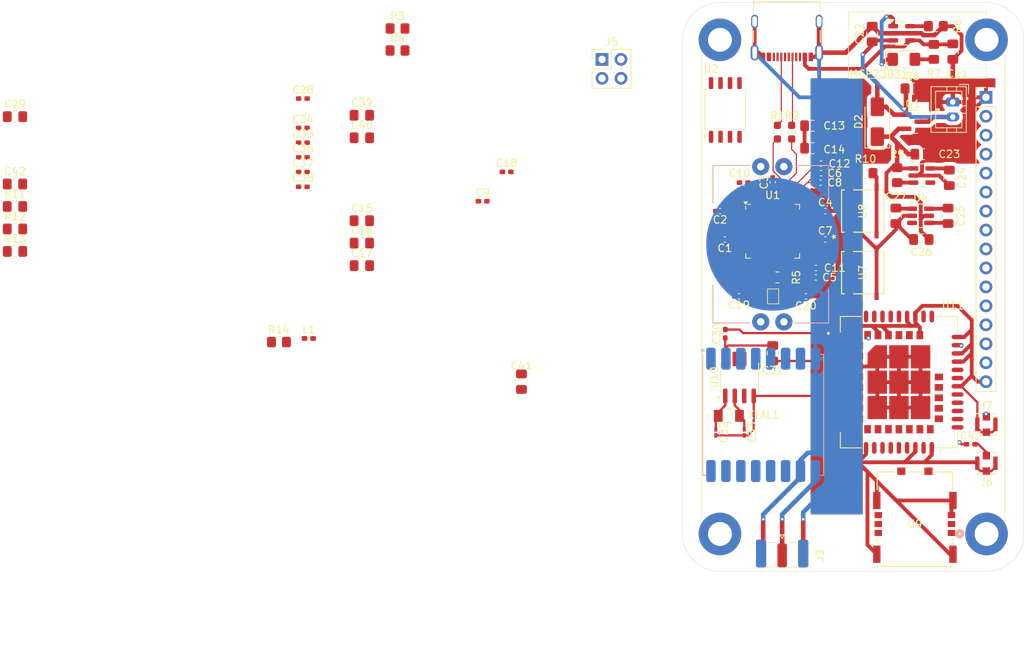
<source format=kicad_pcb>
(kicad_pcb (version 20240108) (generator "pcbnew") (generator_version "8.0")
  (layers (0 "F.Cu" signal) (1 "In1.Cu" signal) (2 "In2.Cu" signal) (31 "B.Cu" signal) (34 "B.Paste" user) (35 "F.Paste" user) (36 "B.SilkS" user "B.Silkscreen") (37 "F.SilkS" user "F.Silkscreen") (38 "B.Mask" user) (39 "F.Mask" user) (44 "Edge.Cuts" user))
  (net 0 "")
  (net 1 "GND")
  (net 2 "+3.3V")
  (net 3 "+1V1")
  (net 4 "Net-(U1-USB_DP)")
  (net 5 "USB+")
  (net 6 "USB-")
  (net 7 "Net-(U1-USB_DM)")
  (net 9 "SDA")
  (net 10 "/MCU/D1")
  (net 13 "/MCU/XTAL+")
  (net 16 "/MCU/D2")
  (net 17 "/MCU/D3")
  (net 22 "/MCU/D0")
  (net 25 "/MCU/CLK")
  (net 26 "RTC_MFP")
  (net 27 "/MCU/CS")
  (net 28 "SCL")
  (net 32 "/MCU/XTAL-")
  (net 33 "Net-(C20-Pad1)")
  (net 35 "Net-(U4-CNEG)")
  (net 36 "Net-(U4-CPOS)")
  (net 37 "+5V")
  (net 38 "VBUS")
  (net 39 "+VSW")
  (net 40 "+BATT")
  (net 41 "Net-(U3-EN)")
  (net 42 "5V_CTRL")
  (net 43 "Net-(U5-PROG)")
  (net 44 "Net-(D1-K)")
  (net 45 "Net-(D1-A)")
  (net 47 "Net-(J2-CC1_A)")
  (net 48 "Net-(J2-CC1_B)")
  (net 50 "RFM_CS")
  (net 51 "SPI_CK")
  (net 52 "RFM_RST")
  (net 53 "Net-(R10-Pad1)")
  (net 54 "/MCU/RESET")
  (net 55 "MOSI")
  (net 60 "MISO")
  (net 63 "/PERIPHERALS/ANT")
  (net 64 "Net-(U10-X1)")
  (net 65 "Net-(U10-X2)")
  (net 66 "TX1")
  (net 67 "SIM_DTR")
  (net 68 "RX1")
  (net 69 "Net-(BT1-+)")
  (net 70 "GP7")
  (net 71 "GP8")
  (net 72 "GP6")
  (net 73 "SPI_CS")
  (net 74 "SWCLK")
  (net 75 "SWD")
  (net 76 "/PERIPHERALS/SIM_RST")
  (net 77 "/PERIPHERALS/SIM_VCC")
  (net 78 "/PERIPHERALS/SIM_CLK")
  (net 79 "/PERIPHERALS/SIM_IO")
  (net 80 "Net-(U9-RST)")
  (net 81 "Net-(U9-CLK)")
  (net 82 "Net-(U9-I{slash}O)")
  (net 117 "Net-(J6-In)")
  (net 118 "GNSS_ANT")
  (net 119 "RF_ANT")
  (net 120 "Net-(L1-Pad1)")
  (net 121 "PWRKEY")
  (footprint "Capacitor_SMD:C_0402_1005Metric_Pad0.74x0.62mm_HandSolder" (layer "F.Cu") (at 103.426 73.49)
    (property "Reference" "C18")
    (property "Value" "0.1u")
  )
  (footprint "Capacitor_SMD:C_0402_1005Metric_Pad0.74x0.62mm_HandSolder" (layer "F.Cu") (at 76.126 75.49)
    (property "Reference" "C38")
    (property "Value" "0.1u")
  )
  (footprint "Capacitor_SMD:C_0402_1005Metric_Pad0.74x0.62mm_HandSolder" (layer "F.Cu") (at 145.4825 74.93)
    (property "Reference" "C8")
    (property "Value" "0.1u" (hide yes))
  )
  (footprint "Capacitor_SMD:C_0805_2012Metric_Pad1.18x1.45mm_HandSolder" (layer "F.Cu") (at 84.026 86.05)
    (property "Reference" "C17")
    (property "Value" "10u")
  )
  (footprint "Capacitor_SMD:C_0402_1005Metric_Pad0.74x0.62mm_HandSolder" (layer "F.Cu") (at 144.8475 87.63)
    (property "Reference" "C5")
    (property "Value" "0.1u" (hide yes))
  )
  (footprint "WiSDOM:PTS526" (layer "F.Cu") (at 151.13 86.995 90)
    (property "Reference" "U7")
    (property "Value" "PTS526 SK15 SMTR2 LFS" (hide yes))
  )
  (footprint "Capacitor_SMD:C_0402_1005Metric_Pad0.74x0.62mm_HandSolder" (layer "F.Cu") (at 76.126 69.58)
    (property "Reference" "C35")
    (property "Value" "0.1u")
  )
  (footprint "Capacitor_SMD:C_0805_2012Metric_Pad1.18x1.45mm_HandSolder" (layer "F.Cu") (at 37.556 75.12)
    (property "Reference" "C42")
    (property "Value" "100u")
  )
  (footprint "Package_TO_SOT_SMD:SOT-23" (layer "F.Cu") (at 157.86 66.77)
    (property "Reference" "Q1")
    (property "Value" "DMG2301L" (hide yes))
  )
  (footprint "LED_SMD:LED_1206_3216Metric_Pad1.42x1.75mm_HandSolder" (layer "F.Cu") (at 156.6275 58.415)
    (property "Reference" "D1" (hide yes))
    (property "Value" "LED" (hide yes))
  )
  (footprint "Inductor_SMD:L_0402_1005Metric_Pad0.77x0.64mm_HandSolder" (layer "F.Cu") (at 76.9225 95.81)
    (property "Reference" "L1")
    (property "Value" "L")
  )
  (footprint "Connector_JST:JST_PH_B2B-PH-K_1x02_P2.00mm_Vertical" (layer "F.Cu") (at 163.195 64.135 -90)
    (property "Reference" "J1" (hide yes))
    (property "Value" "Conn_01x02_Pin" (hide yes))
  )
  (footprint "Resistor_SMD:R_0805_2012Metric_Pad1.20x1.40mm_HandSolder" (layer "F.Cu") (at 157.7975 62.325)
    (property "Reference" "R8")
    (property "Value" "10k" (hide yes))
  )
  (footprint "Diode_SMD:D_SMA" (layer "F.Cu") (at 153.0825 66.77 90)
    (property "Reference" "D2")
    (property "Value" "SS14" (hide yes))
  )
  (footprint "Capacitor_SMD:C_0805_2012Metric_Pad1.18x1.45mm_HandSolder" (layer "F.Cu") (at 37.556 78.13)
    (property "Reference" "R11")
    (property "Value" "22")
  )
  (footprint "Capacitor_SMD:C_0805_2012Metric_Pad1.18x1.45mm_HandSolder" (layer "F.Cu") (at 37.556 84.15)
    (property "Reference" "R13")
    (property "Value" "22")
  )
  (footprint "Capacitor_SMD:C_0805_2012Metric_Pad1.18x1.45mm_HandSolder" (layer "F.Cu") (at 37.556 66.09)
    (property "Reference" "C29")
    (property "Value" "10u")
  )
  (footprint "Capacitor_SMD:C_0805_2012Metric_Pad1.18x1.45mm_HandSolder" (layer "F.Cu") (at 84.026 80.03)
    (property "Reference" "C15")
    (property "Value" "10u")
  )
  (footprint "Resistor_SMD:R_0805_2012Metric_Pad1.20x1.40mm_HandSolder" (layer "F.Cu") (at 160.655 57.415 90)
    (property "Reference" "R7")
    (property "Value" "R" (hide yes))
  )
  (footprint "Capacitor_SMD:C_0805_2012Metric_Pad1.18x1.45mm_HandSolder" (layer "F.Cu") (at 84.026 65.91)
    (property "Reference" "C39")
    (property "Value" "100u")
  )
  (footprint "Capacitor_SMD:C_0402_1005Metric_Pad0.74x0.62mm_HandSolder" (layer "F.Cu") (at 76.126 67.61)
    (property "Reference" "C34")
    (property "Value" "33p")
  )
  (footprint "Capacitor_SMD:C_0402_1005Metric_Pad0.74x0.62mm_HandSolder" (layer "F.Cu") (at 143.51 90.17)
    (property "Reference" "C20")
    (property "Value" "15pF" (hide yes))
  )
  (footprint "Capacitor_SMD:C_0402_1005Metric_Pad0.74x0.62mm_HandSolder" (layer "F.Cu") (at 132.6475 82.55 180)
    (property "Reference" "C1")
    (property "Value" "0.1u" (hide yes))
  )
  (footprint "WiSDOM:XTAL_SC32S-7PF20PPM_EPS" (layer "F.Cu") (at 133.1976 106.175)
    (property "Reference" "XTAL1")
    (property "Value" "SC32S-7PF20PPM" (hide yes))
  )
  (footprint "Connector_PinHeader_2.54mm:PinHeader_1x16_P2.54mm_Vertical" (layer "F.Cu") (at 167.64 63.5)
    (property "Reference" "J4" (hide yes))
    (property "Value" "Conn_01x16_Pin" (hide yes))
  )
  (footprint "Package_TO_SOT_SMD:SOT-23-6" (layer "F.Cu") (at 158.8825 79.375)
    (property "Reference" "U4")
    (property "Value" "CAT3200-5" (hide yes))
  )
  (footprint "WiSDOM:AMPHENOL_12402012E212A" (layer "F.Cu") (at 140.97 53.34 180)
    (property "Reference" "J2" (hide yes))
    (property "Value" "12402012E212A" (hide yes))
  )
  (footprint "Capacitor_SMD:C_0402_1005Metric_Pad0.74x0.62mm_HandSolder" (layer "F.Cu") (at 132.715 95.1825 90)
    (property "Reference" "C30")
    (property "Value" "0.1u" (hide yes))
  )
  (footprint "Capacitor_SMD:C_0402_1005Metric_Pad0.74x0.62mm_HandSolder" (layer "F.Cu") (at 76.126 63.67)
    (property "Reference" "C28")
    (property "Value" "0.1u")
  )
  (footprint "Resistor_SMD:R_0805_2012Metric_Pad1.20x1.40mm_HandSolder" (layer "F.Cu") (at 139.7 87.63)
    (property "Reference" "R5")
    (property "Value" "1k" (hide yes))
  )
  (footprint "MountingHole:MountingHole_3.2mm_M3_ISO7380_Pad_TopBottom" (layer "F.Cu") (at 167.72 122)
    (property "Reference" "H3" (hide yes))
    (property "Value" "MountingHole" (hide yes))
  )
  (footprint "Capacitor_SMD:C_0805_2012Metric_Pad1.18x1.45mm_HandSolder" (layer "F.Cu") (at 162.73 74.295 -90)
    (property "Reference" "C24")
    (property "Value" "10u" (hide yes))
  )
  (footprint "Capacitor_SMD:C_0402_1005Metric_Pad0.74x0.62mm_HandSolder" (layer "F.Cu") (at 100.216 77.43)
    (property "Reference" "C9")
    (property "Value" "0.1u")
  )
  (footprint "Capacitor_SMD:C_0805_2012Metric_Pad1.18x1.45mm_HandSolder" (layer "F.Cu") (at 144.3775 67.31)
    (property "Reference" "C13")
    (property "Value" "10u" (hide yes))
  )
  (footprint "Capacitor_SMD:C_0201_0603Metric_Pad0.64x0.40mm_HandSolder" (layer "F.Cu") (at 135.255 108.3825 -90)
    (property "Reference" "C33")
    (property "Value" "6p")
  )
  (footprint "Capacitor_SMD:C_0402_1005Metric_Pad0.74x0.62mm_HandSolder" (layer "F.Cu") (at 132.0125 78.74 180)
    (property "Reference" "C2")
    (property "Value" "0.1u" (hide yes))
  )
  (footprint "Resistor_SMD:R_0805_2012Metric_Pad1.20x1.40mm_HandSolder" (layer "F.Cu") (at 160.925 53.975)
    (property "Reference" "R6")
    (property "Value" "2k" (hide yes))
  )
  (footprint "sim:1042240820_MOL" (layer "F.Cu") (at 158.115 120.015)
    (property "Reference" "U9")
    (property "Value" "1042240820")
  )
  (footprint "Package_TO_SOT_SMD:SOT-23-5" (layer "F.Cu") (at 159.0525 73.98)
    (property "Reference" "U3" (hide yes))
    (property "Value" "AP2112K-3.3" (hide yes))
  )
  (footprint "Capacitor_SMD:C_0805_2012Metric_Pad1.18x1.45mm_HandSolder" (layer "F.Cu") (at 162.56 79.375 -90)
    (property "Reference" "C25")
    (property "Value" "1u" (hide yes))
  )
  (footprint "Capacitor_SMD:C_0402_1005Metric_Pad0.74x0.62mm_HandSolder" (layer "F.Cu") (at 144.8475 86.36)
    (property "Reference" "C11")
    (property "Value" "0.1u" (hide yes))
  )
  (footprint "Package_SO:SOIC-8_3.9x4.9mm_P1.27mm" (layer "F.Cu") (at 134.62 101.03 90)
    (property "Reference" "U10")
    (property "Value" "MCP7940N-xP" (hide yes))
  )
  (footprint "Resistor_SMD:R_0805_2012Metric_Pad1.20x1.40mm_HandSolder" (layer "F.Cu") (at 88.806 57.23)
    (property "Reference" "R4")
    (property "Value" "5.1k")
  )
  (footprint "Resistor_SMD:R_0805_2012Metric_Pad1.20x1.40mm_HandSolder" (layer "F.Cu") (at 151.495 73.66 180)
    (property "Reference" "R10")
    (property "Value" "R" (hide yes))
  )
  (footprint "Capacitor_SMD:C_0402_1005Metric_Pad0.74x0.62mm_HandSolder" (layer "F.Cu") (at 135.1875 74.93 180)
    (property "Reference" "C10")
    (property "Value" "0.1u" (hide yes))
  )
  (footprint "Capacitor_SMD:C_0805_2012Metric_Pad1.18x1.45mm_HandSolder" (layer "F.Cu") (at 155.575 79.375 -90)
    (property "Reference" "C27")
    (property "Value" "1u" (hide yes))
  )
  (footprint "WiSDOM:CONN_CONMHF1-SMD_LNX" (layer "F.Cu") (at 167.697501 107.315)
    (property "Reference" "J7")
    (property "Value" "RF_ANT" (hide yes))
  )
  (footprint "Capacitor_SMD:C_0805_2012Metric_Pad1.18x1.45mm_HandSolder" (layer "F.Cu") (at 152.4 55.0125 90)
    (property "Reference" "C22")
    (property "Value" "4.7u" (hide yes))
  )
  (footprint "Capacitor_SMD:C_0805_2012Metric_Pad1.18x1.45mm_HandSolder" (layer "F.Cu") (at 139.065 97.79 -90)
    (property "Reference" "C31")
    (property "Value" "10u" (hide yes))
  )
  (footprint "Capacitor_SMD:C_0402_1005Metric_Pad0.74x0.62mm_HandSolder" (layer "F.Cu") (at 139.065 74.8625 90)
    (property "Reference" "C3")
    (property "Value" "0.1u" (hide yes))
  )
  (footprint "Capacitor_SMD:C_0805_2012Metric_Pad1.18x1.45mm_HandSolder" (layer "F.Cu") (at 105.41 101.6 -90)
    (property "Reference" "C41")
    (property "Value" "1u" (hide yes))
  )
  (footprint "Capacitor_SMD:C_0402_1005Metric_Pad0.74x0.62mm_HandSolder" (layer "F.Cu") (at 134.5525 90.17 180)
    (property "Reference" "C19")
    (property "Value" "15pF" (hide yes))
  )
  (footprint "Resistor_SMD:R_0603_1608Metric_Pad0.98x0.95mm_HandSolder" (layer "F.Cu") (at 141.605 68.1675 90)
    (property "Reference" "R2")
    (property "Value" "27.4" (hide yes))
  )
  (footprint "WiSDOM:XTAL-445" (layer "F.Cu") (at 139.12 91.17)
    (property "Reference" "X1" (hide yes))
    (property "Value" "~" (hide yes))
  )
  (footprint "Resistor_SMD:R_0805_2012Metric_Pad1.20x1.40mm_HandSolder" (layer "F.Cu") (at 72.9225 96.29)
    (property "Reference" "R14")
    (property "Value" "22")
  )
  (footprint "MountingHole:MountingHole_3.2mm_M3_ISO7380_Pad_TopBottom" (layer "F.Cu") (at 167.72 55.8)
    (property "Reference" "H2" (hide yes))
    (property "Value" "MountingHole" (hide yes))
  )
  (footprint "Package_SO:SOIC-8_5.23x5.23mm_P1.27mm" (layer "F.Cu") (at 132.715 65.195 90)
    (property "Reference" "U2")
    (property "Value" "W25Q128JVS" (hide yes))
  )
  (footprint "Capacitor_SMD:C_0805_2012Metric_Pad1.18x1.45mm_HandSolder" (layer "F.Cu") (at 84.026 83.04)
    (property "Reference" "C16")
    (property "Value" "1u")
  )
  (footprint "Resistor_SMD:R_0805_2012Metric_Pad1.20x1.40mm_HandSolder" (layer "F.Cu") (at 88.806 54.28)
    (property "Reference" "R3")
    (property "Value" "5.1k")
  )
  (footprint "Capacitor_SMD:C_0402_1005Metric_Pad0.74x0.62mm_HandSolder" (layer "F.Cu") (at 146.1175 82.55)
    (property "Reference" "C7")
    (property "Value" "0.1u" (hide yes))
  )
  (footprint "Resistor_SMD:R_0603_1608Metric_Pad0.98x0.95mm_HandSolder" (layer "F.Cu") (at 139.7 68.1675 90)
    (property "Reference" "R1")
    (property "Value" "27.4" (hide yes))
  )
  (footprint "Capacitor_SMD:C_0402_1005Metric_Pad0.74x0.62mm_HandSolder" (layer "F.Cu") (at 146.1175 78.74)
    (property "Reference" "C4")
    (property "Value" "0.1u" (hide yes))
  )
  (footprint "Capacitor_SMD:C_0805_2012Metric_Pad1.18x1.45mm_HandSolder" (layer "F.Cu") (at 144.3775 70.32)
    (property "Reference" "C14")
    (property "Value" "1u" (hide yes))
  )
  (footprint "Package_DFN_QFN:QFN-56-1EP_7x7mm_P0.4mm_EP3.2x3.2mm" (layer "F.Cu") (at 139.065 81.445)
    (property "Reference" "U1")
    (property "Value" "RP2040" (hide yes))
  )
  (footprint "Capacitor_SMD:C_0402_1005Metric_Pad0.74x0.62mm_HandSolder" (layer "F.Cu") (at 165.608 109.982)
    (property "Reference" "C43")
    (property "Value" "33p")
  )
  (footprint "Connector_Coaxial:SMA_Samtec_SMA-J-P-H-ST-EM1_EdgeMount" (layer "F.Cu") (at 140.335 124.8775 -90)
    (property "Reference" "J3")
    (property "Value" "Conn_Coaxial" (hide yes))
  )
  (footprint "WiSDOM:XCVR_SIM7080G" (layer "F.Cu") (at 155.98 101.665)
    (property "Reference" "U11")
    (property "Value" "SIM7080G" (hide yes))
  )
  (footprint "WiSDOM:PTS526" (layer "F.Cu") (at 151.13 78.74 90)
    (property "Reference" "U8")
    (property "Value" "PTS526 SK15 SMTR2 LFS" (hide yes))
  )
  (footprint "Capacitor_SMD:C_0805_2012Metric_Pad1.18x1.45mm_HandSolder" (layer "F.Cu") (at 84.026 68.92)
    (property "Reference" "C40")
    (property "Value" "100u")
  )
  (footprint "MountingHole:MountingHole_3.2mm_M3_ISO7380_Pad_TopBottom" (layer "F.Cu") (at 132 55.8)
    (property "Reference" "H1" (hide yes))
    (property "Value" "MountingHole" (hide yes))
  )
  (footprint "Package_TO_SOT_SMD:SOT-23-5" (layer "F.Cu") (at 156.3425 54.925)
    (property "Reference" "U5" (hide yes))
    (property "Value" "MCP73831-2-OT" (hide yes))
  )
  (footprint "Capacitor_SMD:C_0402_1005Metric_Pad0.74x0.62mm_HandSolder" (layer "F.Cu") (at 76.126 73.52)
    (property "Reference" "C37")
    (property "Value" "33p")
  )
  (footprint "Capacitor_SMD:C_0201_0603Metric_Pad0.64x0.40mm_HandSolder" (layer "F.Cu") (at 131.445 108.3825 -90)
    (property "Reference" "C32")
    (property "Value" "6p")
  )
  (footprint "Connector_PinHeader_2.54mm:PinHeader_2x02_P2.54mm_Vertical" (layer "F.Cu") (at 116.205 58.42)
    (property "Reference" "J5")
    (property "Value" "Conn_02x02_Odd_Even")
  )
  (footprint "Capacitor_SMD:C_0805_2012Metric_Pad1.18x1.45mm_HandSolder" (layer "F.Cu") (at 158.9825 82.55 180)
    (property "Reference" "C26")
    (property "Value" "1u" (hide yes))
  )
  (footprint "Capacitor_SMD:C_0805_2012Metric_Pad1.18x1.45mm_HandSolder" (layer "F.Cu") (at 163.195 57.3825 -90)
    (property "Reference" "C21")
    (property "Value" "4.7u" (hide yes))
  )
  (footprint "MountingHole:MountingHole_3.2mm_M3_ISO7380_Pad_TopBottom" (layer "F.Cu") (at 132 122)
    (property "Reference" "H4" (hide yes))
    (property "Value" "MountingHole" (hide yes))
  )
  (footprint "Capacitor_SMD:C_0805_2012Metric_Pad1.18x1.45mm_HandSolder" (layer "F.Cu") (at 37.556 81.14)
    (property "Reference" "R12")
    (property "Value" "22")
  )
  (footprint "WiSDOM:CONN_CONMHF1-SMD_LNX" (layer "F.Cu") (at 167.697501 112.522)
    (property "Reference" "J6")
    (property "Value" "GNSS_ANT" (hide yes))
  )
  (footprint "Capacitor_SMD:C_0402_1005Metric_Pad0.74x0.62mm_HandSolder" (layer "F.Cu") (at 145.55 73.66)
    (property "Reference" "C6")
    (property "Value" "0.1u" (hide yes))
  )
  (footprint "Resistor_SMD:R_0805_2012Metric_Pad1.20x1.40mm_HandSolder" (layer "F.Cu") (at 155.745 73.93 -90)
    (property "Reference" "R9")
    (property "Value" "R" (hide yes))
  )
  (footprint "Capacitor_SMD:C_0805_2012Metric_Pad1.18x1.45mm_HandSolder" (layer "F.Cu") (at 159.1525 71.12)
    (property "Reference" "C23")
    (property "Value" "10u" (hide yes))
  )
  (footprint "Capacitor_SMD:C_0402_1005Metric_Pad0.74x0.62mm_HandSolder" (layer "F.Cu") (at 145.55 72.39)
    (property "Reference" "C12")
    (property "Value" "0.1u" (hide yes))
  )
  (footprint "Capacitor_SMD:C_0402_1005Metric_Pad0.74x0.62mm_HandSolder" (layer "F.Cu") (at 76.126 71.55)
    (property "Reference" "C36")
    (property "Value" "33p")
  )
  (footprint "bat-hld:BAT_BAT-HLD-001-THM" (layer "B.Cu") (at 139.065 83.185 90)
    (property "Reference" "BT1" (hide yes))
    (property "Value" "Battery_Cell" (hide yes))
  )
  (footprint "RF_Module:HOPERF_RFM9XW_SMD" (layer "B.Cu") (at 137.795 106.045 -90)
    (property "Reference" "U6" (hide yes))
    (property "Value" "RFM69HCW" (hide yes))
  )
  (gr_line (start 167.64 52.07) (end 149.225 52.07) (stroke (width 0.1)) (layer "F.SilkS"))
  (gr_line (start 149.225 60.96) (end 167.005 60.96) (stroke (width 0.1)) (layer "F.SilkS"))
  (gr_line (start 149.225 52.07) (end 149.225 60.96) (stroke (width 0.1)) (layer "F.SilkS"))
  (gr_line (start 170.18 57.785) (end 170.18 120.015) (stroke (width 0.1)) (layer "F.SilkS"))
  (gr_line (start 129.54 120.015) (end 129.54 57.785) (stroke (width 0.1)) (layer "F.SilkS"))
  (gr_line (start 167.005 60.96) (end 167.64 60.96) (stroke (width 0.1)) (layer "F.SilkS"))
  (gr_line (start 167.64 52.705) (end 167.64 52.07) (stroke (width 0.1)) (layer "F.SilkS"))
  (gr_line (start 167.64 60.96) (end 167.64 59.055) (stroke (width 0.1)) (layer "F.SilkS"))
  (gr_line (start 132 50.8) (end 167.72 50.8) (stroke (width 0.05)) (layer "Edge.Cuts"))
  (gr_arc (start 132 127) (mid 128.464466 125.535534) (end 127 122) (stroke (width 0.05)) (layer "Edge.Cuts"))
  (gr_line (start 172.72 55.8) (end 172.72 122) (stroke (width 0.05)) (layer "Edge.Cuts"))
  (gr_arc (start 127 55.8) (mid 128.464466 52.264466) (end 132 50.8) (stroke (width 0.05)) (layer "Edge.Cuts"))
  (gr_line (start 127 122) (end 127 55.8) (stroke (width 0.05)) (layer "Edge.Cuts"))
  (gr_arc (start 172.72 122) (mid 171.255534 125.535534) (end 167.72 127) (stroke (width 0.05)) (layer "Edge.Cuts"))
  (gr_line (start 167.72 127) (end 132 127) (stroke (width 0.05)) (layer "Edge.Cuts"))
  (gr_arc (start 167.72 50.8) (mid 171.255534 52.264466) (end 172.72 55.8) (stroke (width 0.05)) (layer "Edge.Cuts"))
  (gr_text "MCP73831" (at 149.225 60.96 0) (layer "F.SilkS") (effects (font (size 1 1)) (justify left bottom)))
  (segment (start 135.255 108.79) (end 135.685 108.79) (width 0.3048) (layer "F.Cu") (net 1))
  (segment (start 139.065 98.8275) (end 144.5475 98.8275) (width 0.3048) (layer "F.Cu") (net 1))
  (segment (start 164.374 57.241) (end 163.195 58.42) (width 0.508) (layer "F.Cu") (net 1))
  (segment (start 157.915 73.98) (end 158.577499 73.98) (width 0.508) (layer "F.Cu") (net 1))
  (segment (start 158.88 105.065) (end 155.98 105.065) (width 0.508) (layer "F.Cu") (net 1))
  (segment (start 161.3775 73.98) (end 157.915 73.98) (width 0.508) (layer "F.Cu") (net 1))
  (segment (start 154.305 116.205) (end 153.015 114.915) (width 0.508) (layer "F.Cu") (net 1))
  (segment (start 152.4 94.1285) (end 150.0085 94.1285) (width 0.508) (layer "F.Cu") (net 1))
  (segment (start 166.485002 107.315) (end 166.485002 107.811002) (width 0.3048) (layer "F.Cu") (net 1))
  (segment (start 165.735 65.405) (end 167.64 63.5) (width 0.508) (layer "F.Cu") (net 1))
  (segment (start 158.78 95.365) (end 158.78 94.307) (width 0.508) (layer "F.Cu") (net 1))
  (segment (start 152.4 53.975) (end 148.855 57.52) (width 0.6096) (layer "F.Cu") (net 1))
  (segment (start 158.18 92.865) (end 158.18 92.365) (width 0.508) (layer "F.Cu") (net 1))
  (segment (start 149.626 99.069) (end 149.626 95.484) (width 0.508) (layer "F.Cu") (net 1))
  (segment (start 150.63 99.565) (end 151.78 99.565) (width 0.508) (layer "F.Cu") (net 1))
  (segment (start 161.925 71.12) (end 165.735 67.31) (width 0.508) (layer "F.Cu") (net 1))
  (segment (start 157.08 92.865) (end 157.08 93.58) (width 0.508) (layer "F.Cu") (net 1))
  (segment (start 155.6174 117.5174) (end 154.305 116.205) (width 0.508) (layer "F.Cu") (net 1))
  (segment (start 166.912036 113.572036) (end 167.697501 113.572036) (width 0.3048) (layer "F.Cu") (net 1))
  (segment (start 163.83 95.615) (end 164.735 95.615) (width 0.508) (layer "F.Cu") (net 1))
  (segment (start 165.735 97.79) (end 165.735 100.81) (width 0.508) (layer "F.Cu") (net 1))
  (segment (start 144.17 58.09) (end 144.72 58.09) (width 0.508) (layer "F.Cu") (net 1))
  (segment (start 154.58 95.365) (end 154.58 95.0385) (width 0.508) (layer "F.Cu") (net 1))
  (segment (start 155.205 54.925) (end 159.000624 54.925) (width 0.6096) (layer "F.Cu") (net 1))
  (segment (start 131.445 108.79) (end 135.255 108.79) (width 0.3048) (layer "F.Cu") (net 1))
  (segment (start 136.525 107.95) (end 136.525 103.505) (width 0.3048) (layer "F.Cu") (net 1))
  (segment (start 134.62 94.615) (end 135.0924 95.0874) (width 0.3048) (layer "F.Cu") (net 1))
  (segment (start 168.91 113.03) (end 168.91 112.522) (width 0.3048) (layer "F.Cu") (net 1))
  (segment (start 163.215 124.717399) (end 162.817399 124.717399) (width 0.508) (layer "F.Cu") (net 1))
  (segment (start 158.18 92.365) (end 159.105 91.44) (width 0.508) (layer "F.Cu") (net 1))
  (segment (start 137.2 57.52) (end 137.77 58.09) (width 0.508) (layer "F.Cu") (net 1))
  (segment (start 163.195 53.975) (end 164.374 55.154) (width 0.508) (layer "F.Cu") (net 1))
  (segment (start 160.7202 55.1798) (end 161.925 53.975) (width 0.6096) (layer "F.Cu") (net 1))
  (segment (start 136.65 53.34) (end 136.65 57.52) (width 0.508) (layer "F.Cu") (net 1))
  (segment (start 167.697501 113.572036) (end 168.367964 113.572036) (width 0.3048) (layer "F.Cu") (net 1))
  (segment (start 136.65 57.52) (end 137.2 57.52) (width 0.508) (layer "F.Cu") (net 1))
  (segment (start 155.575 80.4125) (end 156.6125 79.375) (width 0.508) (layer "F.Cu") (net 1))
  (segment (start 166.525 101.6) (end 165.735 100.81) (width 0.508) (layer "F.Cu") (net 1))
  (segment (start 165.735 94.615) (end 165.735 96.52) (width 0.508) (layer "F.Cu") (net 1))
  (segment (start 132.715 94.615) (end 134.62 94.615) (width 0.3048) (layer "F.Cu") (net 1))
  (segment (start 164.61 98.915) (end 165.735 97.79) (width 0.508) (layer "F.Cu") (net 1))
  (segment (start 151.58 111.31) (end 150.495 112.395) (width 0.508) (layer "F.Cu") (net 1))
  (segment (start 151.78 99.565) (end 153.08 98.265) (width 0.508) (layer "F.Cu") (net 1))
  (segment (start 150.8125 112.7125) (end 150.495 112.395) (width 0.508) (layer "F.Cu") (net 1))
  (segment (start 151.765 123.467399) (end 151.765 113.665) (width 0.508) (layer "F.Cu") (net 1))
  (segment (start 165.735 96.52) (end 165.735 97.79) (width 0.508) (layer "F.Cu") (net 1))
  (segment (start 144.72 58.09) (end 145.29 57.52) (width 0.508) (layer "F.Cu") (net 1))
  (segment (start 161.925 53.975) (end 163.195 53.975) (width 0.508) (layer "F.Cu") (net 1))
  (segment (start 136.525 103.505) (end 144.78 103.505) (width 0.3048) (layer "F.Cu") (net 1))
  (segment (start 153.015 114.915) (end 150.8125 112.7125) (width 0.508) (layer "F.Cu") (net 1))
  (segment (start 153.18 94.9085) (end 152.4 94.1285) (width 0.508) (layer "F.Cu") (net 1))
  (segment (start 159.385 112.395) (end 166.358002 112.395) (width 0.508) (layer "F.Cu") (net 1))
  (segment (start 154.94 112.395) (end 159.385 112.395) (width 0.508) (layer "F.Cu") (net 1))
  (segment (start 153.35 54.925) (end 152.4 53.975) (width 0.6096) (layer "F.Cu") (net 1))
  (segment (start 155.98 101.665) (end 155.98 105.065) (width 0.508) (layer "F.Cu") (net 1))
  (segment (start 152.9842 83.81365) (end 155.575 81.22285) (width 0.508) (layer "F.Cu") (net 1))
  (segment (start 163.195 64.135) (end 163.195 58.42) (width 0.6096) (layer "F.Cu") (net 1))
  (segment (start 163.83 97.815) (end 164.44 97.815) (width 0.508) (layer "F.Cu") (net 1))
  (segment (start 165.735 93.345) (end 165.735 94.615) (width 0.508) (layer "F.Cu") (net 1))
  (segment (start 167.039036 108.365036) (end 167.697501 108.365036) (width 0.3048) (layer "F.Cu") (net 1))
  (segment (start 153.08 105.065) (end 153.08 101.665) (width 0.508) (layer "F.Cu") (net 1))
  (segment (start 158.18 110.965) (end 156.75 112.395) (width 0.508) (layer "F.Cu") (net 1))
  (segment (start 148.855 57.52) (end 145.29 57.52) (width 0.6096) (layer "F.Cu") (net 1))
  (segment (start 158.88 98.265) (end 158.88 101.665) (width 0.508) (layer "F.Cu") (net 1))
  (segment (start 157.7125 82.55) (end 155.575 80.4125) (width 0.508) (layer "F.Cu") (net 1))
  (segment (start 155.575 81.22285) (end 155.575 80.4125) (width 0.508) (layer "F.Cu") (net 1))
  (segment (start 150.122 99.565) (end 149.626 99.069) (width 0.508) (layer "F.Cu") (net 1))
  (segment (start 158.18 110.465) (end 158.18 110.965) (width 0.508) (layer "F.Cu") (net 1))
  (segment (start 154.58 95.0385) (end 153.67 94.1285) (width 0.508) (layer "F.Cu") (net 1))
  (segment (start 155.98 101.665) (end 153.08 101.665) (width 0.508) (layer "F.Cu") (net 1))
  (segment (start 163.83 98.915) (end 164.61 98.915) (width 0.508) (layer "F.Cu") (net 1))
  (segment (start 166.358002 112.395) (end 166.485002 112.522) (width 0.508) (layer "F.Cu") (net 1))
  (segment (start 150.495 81.32445) (end 152.9842 83.81365) (width 0.508) (layer "F.Cu") (net 1))
  (segment (start 159.0735 72.2365) (end 160.19 71.12) (width 0.508) (layer "F.Cu") (net 1))
  (segment (start 166.485002 113.145002) (end 166.912036 113.572036) (width 0.3048) (layer "F.Cu") (net 1))
  (segment (start 153.18 95.365) (end 153.18 94.9085) (width 0.508) (layer "F.Cu") (net 1))
  (segment (start 145.29 53.34) (end 145.29 57.52) (width 0.6096) (layer "F.Cu") (net 1))
  (segment (start 156.6125 79.375) (end 157.745 79.375) (width 0.508) (layer "F.Cu") (net 1))
  (segment (start 155.98 101.665) (end 158.88 101.665) (width 0.508) (layer "F.Cu") (net 1))
  (segment (start 155.98 98.265) (end 155.98 101.665) (width 0.508) (layer "F.Cu") (net 1))
  (segment (start 166.485002 104.370002) (end 164.33 102.215) (width 0.3048) (layer "F.Cu") (net 1))
  (segment (start 168.91 107.95) (end 168.494964 108.365036) (width 0.3048) (layer "F.Cu") (net 1))
  (segment (start 166.485002 107.315) (end 166.485002 104.370002) (width 0.3048) (layer "F.Cu") (net 1))
  (segment (start 168.91 107.315) (end 168.91 107.95) (width 0.3048) (layer "F.Cu") (net 1))
  (segment (start 153.08 98.265) (end 155.98 98.265) (width 0.508) (layer "F.Cu") (net 1))
  (segment (start 150.0085 94.1285) (end 149.86 93.98) (width 0.508) (layer "F.Cu") (net 1))
  (segment (start 158.6015 94.1285) (end 158.18 93.707) (width 0.508) (layer "F.Cu") (net 1))
  (segment (start 165.735 65.405) (end 164.465 64.135) (width 0.508) (layer "F.Cu") (net 1))
  (segment (start 168.367964 113.572036) (end 168.91 113.03) (width 0.3048) (layer "F.Cu") (net 1))
  (segment (start 155.98 98.265) (end 158.88 98.265) (width 0.508) (layer "F.Cu") (net 1))
  (segment (start 159.385 112.395) (end 160.38 111.4) (width 0.508) (layer "F.Cu") (net 1))
  (segment (start 155.98 105.065) (end 153.08 105.065) (width 0.508) (layer "F.Cu") (net 1))
  (segment (start 163.015 117.7174) (end 163.215 117.5174) (width 0.508) (layer "F.Cu") (net 1))
  (segment (start 153.67 94.1285) (end 152.4 94.1285) (width 0.508) (layer "F.Cu") (net 1))
  (segment (start 159.0735 73.483999) (end 159.0735 72.2365) (width 0.508) (layer "F.Cu") (net 1))
  (segment (start 159.255424 55.1798) (end 160.7202 55.1798) (width 0.6096) (layer "F.Cu") (net 1))
  (segment (start 160.19 71.12) (end 161.925 71.12) (width 0.508) (layer "F.Cu") (net 1))
  (segment (start 163.015 119.467399) (end 163.015 117.7174) (width 0.508) (layer "F.Cu") (net 1))
  (segment (start 158.88 101.665) (end 158.88 105.065) (width 0.508) (layer "F.Cu") (net 1))
  (segment (start 156.75 112.395) (end 154.94 112.395) (width 0.508) (layer "F.Cu") (net 1))
  (segment (start 153.08 101.665) (end 153.08 98.265) (width 0.508) (layer "F.Cu") (net 1))
  (segment (start 157.945 82.55) (end 157.6434 82.8516) (width 0.508) (layer "F.Cu") (net 1))
  (segment (start 157.08 93.58) (end 157.6285 94.1285) (width 0.508) (layer "F.Cu") (net 1))
  (segment (start 166.485002 107.811002) (end 167.039036 108.365036) (width 0.3048) (layer "F.Cu") (net 1))
  (segment (start 150.495 73.66) (end 150.495 81.32445) (width 0.508) (layer "F.Cu") (net 1))
  (segment (start 153.015 117.5174) (end 153.015 114.915) (width 0.508) (layer "F.Cu") (net 1))
  (segment (start 159.000624 54.925) (end 159.255424 55.1798) (width 0.6096) (layer "F.Cu") (net 1))
  (segment (start 168.494964 108.365036) (end 167.697501 108.365036) (width 0.3048) (layer "F.Cu") (net 1))
  (segment (start 164.465 64.135) (end 163.195 64.135) (width 0.508) (layer "F.Cu") (net 1))
  (segment (start 160.38 111.4) (end 160.38 110.465) (width 0.508) (layer "F.Cu") (net 1))
  (segment (start 150.495 112.395) (end 154.94 112.395) (width 0.508) (layer "F.Cu") (net 1))
  (segment (start 158.78 94.307) (end 158.6015 94.1285) (width 0.508) (layer "F.Cu") (net 1))
  (segment (start 167.64 101.6) (end 166.525 101.6) (width 0.508) (layer "F.Cu") (net 1))
  (segment (start 162.73 75.3325) (end 161.3775 73.98) (width 0.508) (layer "F.Cu") (net 1))
  (segment (start 153.015 124.717399) (end 151.765 123.467399) (width 0.508) (layer "F.Cu") (net 1))
  (segment (start 166.485002 112.522) (end 166.485002 113.145002) (width 0.3048) (layer "F.Cu") (net 1))
  (segment (start 164.735 95.615) (end 165.735 94.615) (width 0.508) (layer "F.Cu") (net 1))
  (segment (start 165.735 100.81) (end 164.33 102.215) (width 0.508) (layer "F.Cu") (net 1))
  (segment (start 163.83 91.44) (end 165.735 93.345) (width 0.508) (layer "F.Cu") (net 1))
  (segment (start 155.205 54.925) (end 153.35 54.925) (width 0.6096) (layer "F.Cu") (net 1))
  (segment (start 157.6285 94.1285) (end 153.67 94.1285) (width 0.508) (layer "F.Cu") (net 1))
  (segment (start 151.765 113.665) (end 150.8125 112.7125) (width 0.508) (layer "F.Cu") (net 1))
  (segment (start 159.105 91.44) (end 163.83 91.44) (width 0.508) (layer "F.Cu") (net 1))
  (segment (start 135.0924 95.0874) (end 145.2524 95.0874) (width 0.3048) (layer "F.Cu") (net 1))
  (segment (start 164.374 55.154) (end 164.374 57.241) (width 0.508) (layer "F.Cu") (net 1))
  (segment (start 137.795 120.015) (end 137.795 124.3425) (width 0.6096) (layer "F.Cu") (net 1))
  (segment (start 163.195 64.135) (end 160.6075 64.135) (width 0.508) (layer "F.Cu") (net 1))
  (segment (start 157.6285 94.1285) (end 158.6015 94.1285) (width 0.508) (layer "F.Cu") (net 1))
  (segment (start 157.945 82.55) (end 157.7125 82.55) (width 0.508) (layer "F.Cu") (net 1))
  (segment (start 165.735 67.31) (end 165.735 65.405) (width 0.508) (layer "F.Cu") (net 1))
  (segment (start 162.817399 124.717399) (end 154.305 116.205) (width 0.508) (layer "F.Cu") (net 1))
  (segment (start 149.626 95.484) (end 149.86 95.25) (width 0.508) (layer "F.Cu") (net 1))
  (segment (start 163.215 117.5174) (end 155.6174 117.5174) (width 0.508) (layer "F.Cu") (net 1))
  (segment (start 158.577499 73.98) (end 159.0735 73.483999) (width 0.508) (layer "F.Cu") (net 1))
  (segment (start 145.2524 95.0874) (end 145.415 95.25) (width 0.3048) (layer "F.Cu") (net 1))
  (segment (start 137.795 124.3425) (end 137.51 124.6275) (width 0.6096) (layer "F.Cu") (net 1))
  (segment (start 158.18 93.707) (end 158.18 92.865) (width 0.508) (layer "F.Cu") (net 1))
  (segment (start 151.58 110.465) (end 151.58 111.31) (width 0.508) (layer "F.Cu") (net 1))
  (segment (start 143.16 120.015) (end 143.16 124.6275) (width 0.6096) (layer "F.Cu") (net 1))
  (segment (start 135.685 108.79) (end 136.525 107.95) (width 0.3048) (layer "F.Cu") (net 1))
  (segment (start 150.63 99.565) (end 150.122 99.565) (width 0.508) (layer "F.Cu") (net 1))
  (segment (start 152.9842 83.81365) (end 152.9842 90.17635) (width 0.508) (layer "F.Cu") (net 1))
  (segment (start 164.33 102.215) (end 163.83 102.215) (width 0.3048) (layer "F.Cu") (net 1))
  (segment (start 144.5475 98.8275) (end 144.78 99.06) (width 0.3048) (layer "F.Cu") (net 1))
  (segment (start 160.6075 64.135) (end 158.7975 62.325) (width 0.508) (layer "F.Cu") (net 1))
  (segment (start 164.44 97.815) (end 165.735 96.52) (width 0.508) (layer "F.Cu") (net 1))
  (via (at 137.795 120.015) (size 0.6) (drill 0.3) (layers "F.Cu" "B.Cu") (net 1))
  (via (at 143.16 120.015) (size 0.6) (drill 0.3) (layers "F.Cu" "B.Cu") (net 1))
  (segment (start 145.29 63.375) (end 145.415 63.5) (width 0.508) (layer "B.Cu") (net 1))
  (segment (start 142.795 112.095) (end 142.795 113.57) (width 0.6096) (layer "B.Cu") (net 1))
  (segment (start 142.795 114.38) (end 142.795 113.57) (width 0.6096) (layer "B.Cu") (net 1))
  (segment (start 145.29 57.52) (end 145.29 63.375) (width 0.508) (layer "B.Cu") (net 1))
  (segment (start 142.63 63.5) (end 145.415 63.5) (width 0.508) (layer "B.Cu") (net 1))
  (segment (start 146.685 112.395) (end 145.415 111.125) (width 0.6096) (layer "B.Cu") (net 1))
  (segment (start 145.415 111.125) (end 143.765 111.125) (width 0.6096) (layer "B.Cu") (net 1))
  (segment (start 137.795 120.015) (end 137.795 119.38) (width 0.6096) (layer "B.Cu") (net 1))
  (segment (start 143.765 111.125) (end 142.795 112.095) (width 0.6096) (layer "B.Cu") (net 1))
  (segment (start 137.795 119.38) (end 142.795 114.38) (width 0.6096) (layer "B.Cu") (net 1))
  (segment (start 146.685 115.57) (end 146.685 112.395) (width 0.6096) (layer "B.Cu") (net 1))
  (segment (start 143.16 119.095) (end 146.685 115.57) (width 0.6096) (layer "B.Cu") (net 1))
  (segment (start 136.65 57.52) (end 142.63 63.5) (width 0.508) (layer "B.Cu") (net 1))
  (segment (start 143.16 120.015) (end 143.16 119.095) (width 0.6096) (layer "B.Cu") (net 1))
  (segment (start 141.70625 76.93625) (end 142.02375 76.61875) (width 0.1524) (layer "F.Cu") (net 2))
  (segment (start 133.32 82.445) (end 135.6275 82.445) (width 0.1524) (layer "F.Cu") (net 2))
  (segment (start 135.6275 78.845) (end 132.685 78.845) (width 0.1524) (layer "F.Cu") (net 2))
  (segment (start 139.265 76.2) (end 139.265 78.0075) (width 0.1524) (layer "F.Cu") (net 2))
  (segment (start 145.445 78.845) (end 145.55 78.74) (width 0.1524) (layer "F.Cu") (net 2))
  (segment (start 160.19 73.03) (end 162.5025 73.03) (width 0.508) (layer "F.Cu") (net 2))
  (segment (start 132.715 97.155) (end 132.715 98.555) (width 0.3048) (layer "F.Cu") (net 2))
  (segment (start 141.665 76.9775) (end 141.70625 76.93625) (width 0.1524) (layer "F.Cu") (net 2))
  (segment (start 139.065 96.7525) (end 133.7175 96.7525) (width 0.3048) (layer "F.Cu") (net 2))
  (segment (start 143.34 70.32) (end 143.34 67.31) (width 0.508) (layer "F.Cu") (net 2))
  (segment (start 139.665 78.0075) (end 139.665 76.6) (width 0.1524) (layer "F.Cu") (net 2))
  (segment (start 139.065 75.43) (end 139.265 75.63) (width 0.1524) (layer "F.Cu") (net 2))
  (segment (start 139.653648 86.36) (end 139.265 85.971352) (width 0.1524) (layer "F.Cu") (net 2))
  (segment (start 133.7175 96.7525) (end 133.1175 96.7525) (width 0.3048) (layer "F.Cu") (net 2))
  (segment (start 143.7125 74.93) (end 142.02375 76.61875) (width 0.1524) (layer "F.Cu") (net 2))
  (segment (start 142.5025 78.845) (end 145.445 78.845) (width 0.1524) (layer "F.Cu") (net 2))
  (segment (start 133.215 82.55) (end 133.32 82.445) (width 0.1524) (layer "F.Cu") (net 2))
  (segment (start 144.915 74.93) (end 143.7125 74.93) (width 0.1524) (layer "F.Cu") (net 2))
  (segment (start 143.01 86.36) (end 139.653648 86.36) (width 0.1524) (layer "F.Cu") (net 2))
  (segment (start 145.55 82.55) (end 145.445 82.445) (width 0.1524) (layer "F.Cu") (net 2))
  (segment (start 132.685 78.845) (end 132.58 78.74) (width 0.1524) (layer "F.Cu") (net 2))
  (segment (start 141.265 78.0075) (end 141.265 77.3775) (width 0.1524) (layer "F.Cu") (net 2))
  (segment (start 139.665 76.6) (end 139.265 76.2) (width 0.1524) (layer "F.Cu") (net 2))
  (segment (start 141.665 78.0075) (end 141.665 76.9775) (width 0.1524) (layer "F.Cu") (net 2))
  (segment (start 142.02375 76.61875) (end 144.9825 73.66) (width 0.1524) (layer "F.Cu") (net 2))
  (segment (start 132.715 98.555) (end 132.715 95.75) (width 0.3048) (layer "F.Cu") (net 2))
  (segment (start 144.28 87.63) (end 143.01 86.36) (width 0.1524) (layer "F.Cu") (net 2))
  (segment (start 145.445 82.445) (end 142.5025 82.445) (width 0.1524) (layer "F.Cu") (net 2))
  (segment (start 133.1175 96.7525) (end 132.715 97.155) (width 0.3048) (layer "F.Cu") (net 2))
  (segment (start 141.265 77.3775) (end 141.70625 76.93625) (width 0.1524) (layer "F.Cu") (net 2))
  (segment (start 162.5025 73.03) (end 162.73 73.2575) (width 0.508) (layer "F.Cu") (net 2))
  (segment (start 139.265 85.971352) (end 139.265 84.8825) (width 0.1524) (layer "F.Cu") (net 2))
  (segment (start 139.265 75.63) (end 139.265 76.2) (width 0.1524) (layer "F.Cu") (net 2))
  (segment (start 143.9276 86.0076) (end 144.28 86.36) (width 0.1524) (layer "F.Cu") (net 3))
  (segment (start 144.9825 72.39) (end 140.865 76.5075) (width 0.1524) (layer "F.Cu") (net 3))
  (segment (start 139.665 85.382704) (end 140.289896 86.0076) (width 0.1524) (layer "F.Cu") (net 3))
  (segment (start 140.289896 86.0076) (end 143.9276 86.0076) (width 0.1524) (layer "F.Cu") (net 3))
  (segment (start 140.865 76.5075) (end 140.865 78.0075) (width 0.1524) (layer "F.Cu") (net 3))
  (segment (start 136.287704 74.93) (end 138.865 77.507296) (width 0.1524) (layer "F.Cu") (net 3))
  (segment (start 135.755 74.93) (end 136.287704 74.93) (width 0.1524) (layer "F.Cu") (net 3))
  (segment (start 139.665 84.8825) (end 139.665 85.382704) (width 0.1524) (layer "F.Cu") (net 3))
  (segment (start 138.865 77.507296) (end 138.865 78.0075) (width 0.1524) (layer "F.Cu") (net 3))
  (segment (start 139.1388 69.6412) (end 139.1388 73.375752) (width 0.1524) (layer "F.Cu") (net 4))
  (segment (start 139.1388 73.375752) (end 140.065 74.301952) (width 0.1524) (layer "F.Cu") (net 4))
  (segment (start 140.065 74.301952) (end 140.065 78.0075) (width 0.1524) (layer "F.Cu") (net 4))
  (segment (start 139.7 69.08) (end 139.1388 69.6412) (width 0.1524) (layer "F.Cu") (net 4))
  (segment (start 140.22 66.735) (end 140.22 58.09) (width 0.1524) (layer "F.Cu") (net 5))
  (segment (start 139.7 67.255) (end 140.22 66.735) (width 0.1524) (layer "F.Cu") (net 5))
  (segment (start 141.605 67.255) (end 141.72 67.14) (width 0.1524) (layer "F.Cu") (net 6))
  (segment (start 141.72 67.14) (end 141.72 58.09) (width 0.1524) (layer "F.Cu") (net 6))
  (segment (start 140.465 78.0075) (end 140.465 75.435) (width 0.1524) (layer "F.Cu") (net 7))
  (segment (start 141.605 70.485) (end 141.605 69.08) (width 0.1524) (layer "F.Cu") (net 7))
  (segment (start 140.465 75.435) (end 142.24 73.66) (width 0.1524) (layer "F.Cu") (net 7))
  (segment (start 142.24 71.12) (end 141.605 70.485) (width 0.1524) (layer "F.Cu") (net 7))
  (segment (start 142.24 73.66) (end 142.24 71.12) (width 0.1524) (layer "F.Cu") (net 7))
  (segment (start 141.9912 69.4662) (end 141.605 69.08) (width 0.1524) (layer "F.Cu") (net 7))
  (segment (start 135.12 90.17) (end 137.27 90.17) (width 0.1524) (layer "F.Cu") (net 13))
  (segment (start 137.27 86.885) (end 138.465 85.69) (width 0.1524) (layer "F.Cu") (net 13))
  (segment (start 137.27 90.17) (end 137.27 86.885) (width 0.1524) (layer "F.Cu") (net 13))
  (segment (start 138.465 85.69) (end 138.465 84.8825) (width 0.1524) (layer "F.Cu") (net 13))
  (segment (start 149.2758 75.55865) (end 149.2758 81.92135) (width 0.508) (layer "F.Cu") (net 27))
  (segment (start 138.7 87.63) (end 138.865 87.465) (width 0.1524) (layer "F.Cu") (net 32))
  (segment (start 138.865 87.465) (end 138.865 84.8825) (width 0.1524) (layer "F.Cu") (net 32))
  (segment (start 142.9425 90.17) (end 140.97 90.17) (width 0.1524) (layer "F.Cu") (net 33))
  (segment (start 140.7 89.265) (end 140.7 87.63) (width 0.1524) (layer "F.Cu") (net 33))
  (segment (start 140.97 89.535) (end 140.7 89.265) (width 0.1524) (layer "F.Cu") (net 33))
  (segment (start 140.97 90.17) (end 140.97 89.535) (width 0.1524) (layer "F.Cu") (net 33))
  (segment (start 162.4725 80.325) (end 162.56 80.4125) (width 0.508) (layer "F.Cu") (net 35))
  (segment (start 160.02 80.325) (end 162.4725 80.325) (width 0.508) (layer "F.Cu") (net 35))
  (segment (start 162.4725 78.425) (end 162.56 78.3375) (width 0.508) (layer "F.Cu") (net 36))
  (segment (start 160.02 78.425) (end 162.4725 78.425) (width 0.508) (layer "F.Cu") (net 36))
  (segment (start 157.745 78.425) (end 155.6625 78.425) (width 0.508) (layer "F.Cu") (net 37))
  (segment (start 155.6625 78.425) (end 155.575 78.3375) (width 0.508) (layer "F.Cu") (net 37))
  (segment (start 159.285 56.415) (end 160.655 56.415) (width 0.508) (layer "F.Cu") (net 38))
  (segment (start 153.0825 64.77) (end 154.2575 64.77) (width 0.6096) (layer "F.Cu") (net 38))
  (segment (start 153.0825 61.6425) (end 151.13 59.69) (width 0.6096) (layer "F.Cu") (net 38))
  (segment (start 143.37 59.16) (end 143.9 59.69) (width 0.508) (layer "F.Cu") (net 38))
  (segment (start 156.9225 65.82) (end 156.9225 62.45) (width 0.6096) (layer "F.Cu") (net 38))
  (segment (start 154.133966 56.686034) (end 156.668966 56.686034) (width 0.508) (layer "F.Cu") (net 38))
  (segment (start 157.48 55.875) (end 158.745 55.875) (width 0.508) (layer "F.Cu") (net 38))
  (segment (start 156.9225 62.45) (end 156.7975 62.325) (width 0.6096) (layer "F.Cu") (net 38))
  (segment (start 155.3075 65.82) (end 156.9225 65.82) (width 0.6096) (layer "F.Cu") (net 38))
  (segment (start 163.125 56.415) (end 163.195 56.345) (width 0.508) (layer "F.Cu") (net 38))
  (segment (start 153.0825 64.77) (end 153.0825 61.6425) (width 0.6096) (layer "F.Cu") (net 38))
  (segment (start 143.37 58.09) (end 143.37 59.16) (width 0.508) (layer "F.Cu") (net 38))
  (segment (start 158.745 55.875) (end 159.285 56.415) (width 0.508) (layer "F.Cu") (net 38))
  (segment (start 160.655 56.415) (end 163.125 56.415) (width 0.508) (layer "F.Cu") (net 38))
  (segment (start 154.2575 64.77) (end 155.3075 65.82) (width 0.6096) (layer "F.Cu") (net 38))
  (segment (start 151.13 59.69) (end 154.133966 56.686034) (width 0.508) (layer "F.Cu") (net 38))
  (segment (start 156.668966 56.686034) (end 157.48 55.875) (width 0.508) (layer "F.Cu") (net 38))
  (segment (start 143.9 59.69) (end 151.13 59.69) (width 0.508) (layer "F.Cu") (net 38))
  (segment (start 155.845 73.03) (end 155.745 72.93) (width 0.508) (layer "F.Cu") (net 39))
  (segment (start 157.2425 71.12) (end 158.115 71.12) (width 0.6096) (layer "F.Cu") (net 39))
  (segment (start 154.8925 68.77) (end 157.2425 71.12) (width 0.6096) (layer "F.Cu") (net 39))
  (segment (start 154.305 76.2) (end 154.94 76.835) (width 0.508) (layer "F.Cu") (net 39))
  (segment (start 153.0825 68.77) (end 154.8925 68.77) (width 0.6096) (layer "F.Cu") (net 39))
  (segment (start 158.9035 79.829001) (end 159.357501 79.375) (width 0.508) (layer "F.Cu") (net 39))
  (segment (start 154.8925 68.77) (end 155.9425 67.72) (width 0.6096) (layer "F.Cu") (net 39))
  (segment (start 157.915 73.03) (end 155.845 73.03) (width 0.508) (layer "F.Cu") (net 39))
  (segment (start 158.9035 77.6235) (end 158.9035 79.829001) (width 0.508) (layer "F.Cu") (net 39))
  (segment (start 160.02 82.55) (end 158.9035 81.4335) (width 0.508) (layer "F.Cu") (net 39))
  (segment (start 154.305 73.66) (end 154.305 76.2) (width 0.508) (layer "F.Cu") (net 39))
  (segment (start 154.8925 68.77) (end 155.745 69.6225) (width 0.6096) (layer "F.Cu") (net 39))
  (segment (start 158.9035 81.4335) (end 158.9035 79.829001) (width 0.508) (layer "F.Cu") (net 39))
  (segment (start 158.115 76.835) (end 158.9035 77.6235) (width 0.508) (layer "F.Cu") (net 39))
  (segment (start 155.745 69.6225) (end 155.745 72.93) (width 0.6096) (layer "F.Cu") (net 39))
  (segment (start 155.9425 67.72) (end 156.9225 67.72) (width 0.6096) (layer "F.Cu") (net 39))
  (segment (start 159.357501 79.375) (end 160.02 79.375) (width 0.508) (layer "F.Cu") (net 39))
  (segment (start 154.94 76.835) (end 158.115 76.835) (width 0.508) (layer "F.Cu") (net 39))
  (segment (start 155.745 72.93) (end 155.035 72.93) (width 0.508) (layer "F.Cu") (net 39))
  (segment (start 155.035 72.93) (end 154.305 73.66) (width 0.508) (layer "F.Cu") (net 39))
  (segment (start 152.4 56.515) (end 151.13 57.785) (width 0.508) (layer "F.Cu") (net 40))
  (segment (start 152.4 56.05) (end 152.4 56.515) (width 0.508) (layer "F.Cu") (net 40))
  (segment (start 159.925 66.77) (end 160.56 66.135) (width 0.6096) (layer "F.Cu") (net 40))
  (segment (start 152.575 55.875) (end 152.4 56.05) (width 0.508) (layer "F.Cu") (net 40))
  (segment (start 158.7975 66.77) (end 159.925 66.77) (width 0.6096) (layer "F.Cu") (net 40))
  (segment (start 160.56 66.135) (end 163.195 66.135) (width 0.6096) (layer "F.Cu") (net 40))
  (segment (start 155.205 55.875) (end 152.575 55.875) (width 0.508) (layer "F.Cu") (net 40))
  (via (at 151.13 57.785) (size 0.6) (drill 0.3) (layers "F.Cu" "B.Cu") (net 40))
  (segment (start 157.575 66.135) (end 163.195 66.135) (width 0.508) (layer "B.Cu") (net 40))
  (segment (start 151.13 59.69) (end 157.575 66.135) (width 0.508) (layer "B.Cu") (net 40))
  (segment (start 151.13 57.785) (end 151.13 59.69) (width 0.508) (layer "B.Cu") (net 40))
  (segment (start 157.915 74.93) (end 155.745 74.93) (width 0.508) (layer "F.Cu") (net 41))
  (segment (start 159.925 53.975) (end 157.48 53.975) (width 0.508) (layer "F.Cu") (net 43))
  (segment (start 155.205 52.97) (end 155.205 53.975) (width 0.508) (layer "F.Cu") (net 44))
  (segment (start 154.31 58.415) (end 153.67 59.055) (width 0.508) (layer "F.Cu") (net 44))
  (segment (start 155.14 58.415) (end 154.31 58.415) (width 0.508) (layer "F.Cu") (net 44))
  (segment (start 154.305 52.705) (end 154.94 52.705) (width 0.508) (layer "F.Cu") (net 44))
  (segment (start 154.94 52.705) (end 155.205 52.97) (width 0.508) (layer "F.Cu") (net 44))
  (via (at 154.305 52.705) (size 0.6) (drill 0.3) (layers "F.Cu" "B.Cu") (net 44))
  (via (at 153.67 59.055) (size 0.6) (drill 0.3) (layers "F.Cu" "B.Cu") (net 44))
  (segment (start 153.67 53.34) (end 154.305 52.705) (width 0.508) (layer "B.Cu") (net 44))
  (segment (start 153.67 59.055) (end 153.67 53.34) (width 0.508) (layer "B.Cu") (net 44))
  (segment (start 160.655 58.415) (end 158.115 58.415) (width 0.508) (layer "F.Cu") (net 45))
  (segment (start 152.9842 81.92135) (end 152.9842 75.55865) (width 0.508) (layer "F.Cu") (net 53))
  (segment (start 152.9842 74.1492) (end 152.495 73.66) (width 0.508) (layer "F.Cu") (net 53))
  (segment (start 152.9842 75.55865) (end 152.9842 74.1492) (width 0.508) (layer "F.Cu") (net 53))
  (segment (start 149.2758 90.17635) (end 149.2758 83.81365) (width 0.508) (layer "F.Cu") (net 54))
  (segment (start 140.335 120.015) (end 140.335 124.8775) (width 0.6096) (layer "F.Cu") (net 63))
  (via (at 140.335 120.015) (size 0.6) (drill 0.3) (layers "F.Cu" "B.Cu") (net 63))
  (segment (start 144.795 114.92) (end 140.97 118.745) (width 0.6096) (layer "B.Cu") (net 63))
  (segment (start 140.97 118.745) (end 140.335 119.38) (width 0.6096) (layer "B.Cu") (net 63))
  (segment (start 144.795 113.57) (end 144.795 114.92) (width 0.6096) (layer "B.Cu") (net 63))
  (segment (start 140.335 119.38) (end 140.335 120.015) (width 0.6096) (layer "B.Cu") (net 63))
  (segment (start 131.7752 105.7148) (end 132.715 104.775) (width 0.3048) (layer "F.Cu") (net 64))
  (segment (start 131.445 107.975) (end 131.445 106.5052) (width 0.3048) (layer "F.Cu") (net 64))
  (segment (start 132.715 104.775) (end 132.715 103.505) (width 0.3048) (layer "F.Cu") (net 64))
  (segment (start 131.445 106.5052) (end 131.7752 106.175) (width 0.3048) (layer "F.Cu") (net 64))
  (segment (start 131.7752 106.175) (end 131.7752 105.7148) (width 0.3048) (layer "F.Cu") (net 64))
  (segment (start 133.985 104.775) (end 133.985 103.505) (width 0.3048) (layer "F.Cu") (net 65))
  (segment (start 135.255 106.81) (end 134.62 106.175) (width 0.3048) (layer "F.Cu") (net 65))
  (segment (start 135.255 107.975) (end 135.255 106.81) (width 0.3048) (layer "F.Cu") (net 65))
  (segment (start 134.62 105.41) (end 133.985 104.775) (width 0.3048) (layer "F.Cu") (net 65))
  (segment (start 134.62 106.175) (end 134.62 105.41) (width 0.3048) (layer "F.Cu") (net 65))
  (segment (start 167.697501 111.055501) (end 166.624 109.982) (width 0.3048) (layer "F.Cu") (net 117))
  (segment (start 166.624 109.982) (end 166.1755 109.982) (width 0.3048) (layer "F.Cu") (net 117))
  (segment (start 167.697501 111.49711) (end 167.697501 111.055501) (width 0.3048) (layer "F.Cu") (net 117))
  (segment (start 165.0405 109.982) (end 164.338 109.982) (width 0.3048) (layer "F.Cu") (net 118))
  (segment (start 164.338 109.982) (end 164.084 109.728) (width 0.3048) (layer "F.Cu") (net 118))
  (via (at 164.084 109.728) (size 0.6) (drill 0.3) (layers "F.Cu" "B.Cu") (net 118))
  (via (at 151.892 95.758) (size 0.6) (drill 0.3) (layers "F.Cu" "B.Cu") (net 118))
  (via (at 167.64 105.918) (size 0.6) (drill 0.3) (layers "F.Cu" "B.Cu") (net 119))
  (via (at 164.338 96.774) (size 0.6) (drill 0.3) (layers "F.Cu" "B.Cu") (net 119))
  (zone (net 0) (net_name "") (layer "F.Cu") (connect_pads thru_hole_only (clearance 0)) (min_thickness 0.3)
    (keepout (tracks allowed) (vias allowed) (pads allowed) (copperpour not_allowed) (footprints allowed))
    (fill (thermal_gap 0.5) (thermal_bridge_width 0.5))
    (polygon (pts (xy 151.765 90.805) (xy 149.86 90.805) (xy 149.86 74.93) (xy 151.765 74.93)))
  )
  (zone (net 1) (net_name "GND") (layer "F.Cu") (priority 1) (connect_pads thru_hole_only (clearance 0.5)) (min_thickness 0.3) (fill yes (thermal_gap 0.5) (thermal_bridge_width 0.5))
    (polygon (pts (xy 150.495 60.96) (xy 168.91 60.96) (xy 168.91 72.39) (xy 150.495 72.39)))
  )
  (zone (net 0) (net_name "") (layer "F.Cu") (connect_pads thru_hole_only (clearance 0)) (min_thickness 0.3)
    (keepout (tracks allowed) (vias allowed) (pads allowed) (copperpour not_allowed) (footprints allowed))
    (fill (thermal_gap 0.5) (thermal_bridge_width 0.5))
    (polygon (pts (xy 160.02 66.675) (xy 160.02 64.135) (xy 156.845 64.135) (xy 156.845 66.675)))
  )
  (zone (net 0) (net_name "") (layer "F.Cu") (connect_pads thru_hole_only (clearance 0)) (min_thickness 0.3)
    (keepout (tracks allowed) (vias allowed) (pads allowed) (copperpour not_allowed) (footprints allowed))
    (fill (thermal_gap 0.5) (thermal_bridge_width 0.5))
    (polygon (pts (xy 156.21 67.945) (xy 151.765 67.945) (xy 151.765 66.04) (xy 156.21 66.04)))
  )
  (zone (net 1) (net_name "GND") (layers "F.Cu" "In1.Cu" "In2.Cu" "B.Cu") (connect_pads (clearance 0.5)) (min_thickness 0.25) (fill yes (thermal_gap 0.5) (thermal_bridge_width 0.5))
    (polygon (pts (xy 144.145 60.96) (xy 151.13 60.96) (xy 151.13 119.38) (xy 144.145 119.38)))
  )
)
</source>
